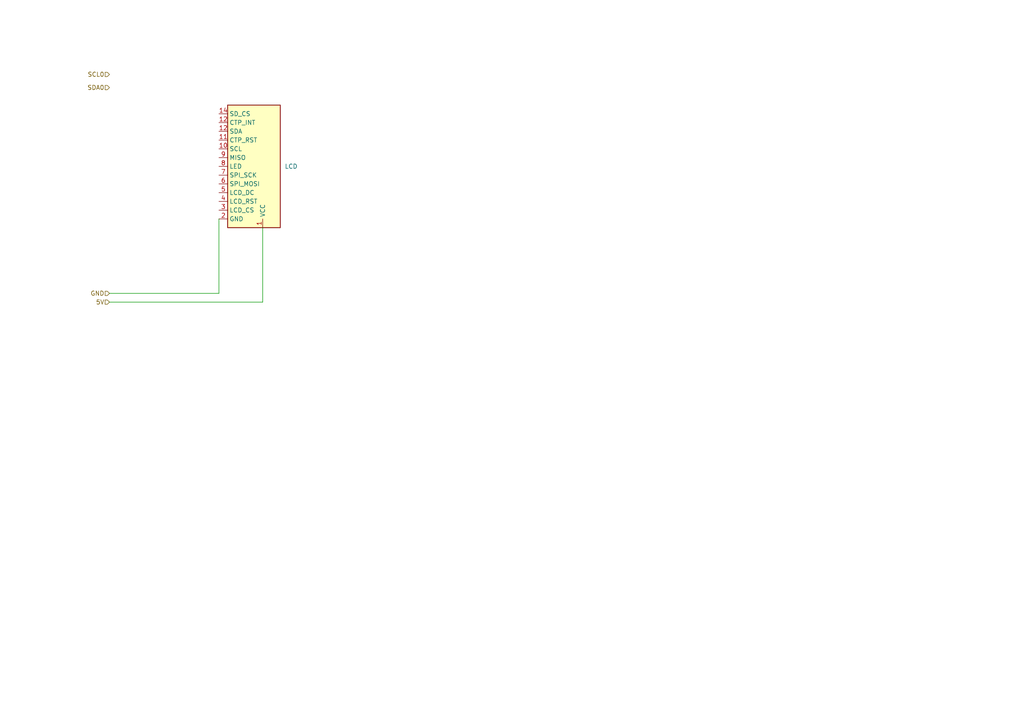
<source format=kicad_sch>
(kicad_sch
	(version 20250114)
	(generator "eeschema")
	(generator_version "9.0")
	(uuid "3e3745cd-1c2c-415a-b1f4-e3a5d3d7b9e5")
	(paper "A4")
	(lib_symbols
		(symbol "Symbols:LCD240X320"
			(exclude_from_sim no)
			(in_bom yes)
			(on_board yes)
			(property "Reference" "U4"
				(at -24.13 60.706 0)
				(effects
					(font
						(size 1.27 1.27)
					)
					(hide yes)
				)
			)
			(property "Value" "LCD"
				(at -8.89 41.9101 0)
				(effects
					(font
						(size 1.27 1.27)
					)
					(justify left)
				)
			)
			(property "Footprint" "Display:LCD-016N002L"
				(at -17.272 18.542 0)
				(effects
					(font
						(size 1.27 1.27)
					)
					(hide yes)
				)
			)
			(property "Datasheet" "http://www.vishay.com/docs/37299/37299.pdf"
				(at -29.972 -18.796 0)
				(do_not_autoplace)
				(effects
					(font
						(size 1.27 1.27)
					)
					(hide yes)
				)
			)
			(property "Description" "LCD 12x2, 8 bit parallel bus, 3V or 5V VDD"
				(at -28.956 -17.018 0)
				(do_not_autoplace)
				(effects
					(font
						(size 1.27 1.27)
					)
					(hide yes)
				)
			)
			(property "ki_keywords" "display LCD dot-matrix"
				(at 0 0 0)
				(effects
					(font
						(size 1.27 1.27)
					)
					(hide yes)
				)
			)
			(property "ki_fp_filters" "*LCD*016N002L*"
				(at 0 0 0)
				(effects
					(font
						(size 1.27 1.27)
					)
					(hide yes)
				)
			)
			(symbol "LCD240X320_1_1"
				(rectangle
					(start -25.4 59.69)
					(end -10.16 24.13)
					(stroke
						(width 0.254)
						(type default)
					)
					(fill
						(type background)
					)
				)
				(pin input line
					(at -27.94 57.15 0)
					(length 2.54)
					(name "SD_CS"
						(effects
							(font
								(size 1.27 1.27)
							)
						)
					)
					(number "14"
						(effects
							(font
								(size 1.27 1.27)
							)
						)
					)
				)
				(pin input line
					(at -27.94 54.61 0)
					(length 2.54)
					(name "CTP_INT"
						(effects
							(font
								(size 1.27 1.27)
							)
						)
					)
					(number "12"
						(effects
							(font
								(size 1.27 1.27)
							)
						)
					)
				)
				(pin input line
					(at -27.94 52.07 0)
					(length 2.54)
					(name "SDA"
						(effects
							(font
								(size 1.27 1.27)
							)
						)
					)
					(number "12"
						(effects
							(font
								(size 1.27 1.27)
							)
						)
					)
				)
				(pin input line
					(at -27.94 49.53 0)
					(length 2.54)
					(name "CTP_RST"
						(effects
							(font
								(size 1.27 1.27)
							)
						)
					)
					(number "11"
						(effects
							(font
								(size 1.27 1.27)
							)
						)
					)
				)
				(pin input line
					(at -27.94 46.99 0)
					(length 2.54)
					(name "SCL"
						(effects
							(font
								(size 1.27 1.27)
							)
						)
					)
					(number "10"
						(effects
							(font
								(size 1.27 1.27)
							)
						)
					)
				)
				(pin bidirectional line
					(at -27.94 44.45 0)
					(length 2.54)
					(name "MISO"
						(effects
							(font
								(size 1.27 1.27)
							)
						)
					)
					(number "9"
						(effects
							(font
								(size 1.27 1.27)
							)
						)
					)
				)
				(pin bidirectional line
					(at -27.94 41.91 0)
					(length 2.54)
					(name "LED"
						(effects
							(font
								(size 1.27 1.27)
							)
						)
					)
					(number "8"
						(effects
							(font
								(size 1.27 1.27)
							)
						)
					)
				)
				(pin bidirectional line
					(at -27.94 39.37 0)
					(length 2.54)
					(name "SPI_SCK"
						(effects
							(font
								(size 1.27 1.27)
							)
						)
					)
					(number "7"
						(effects
							(font
								(size 1.27 1.27)
							)
						)
					)
				)
				(pin bidirectional line
					(at -27.94 36.83 0)
					(length 2.54)
					(name "SPI_MOSI"
						(effects
							(font
								(size 1.27 1.27)
							)
						)
					)
					(number "6"
						(effects
							(font
								(size 1.27 1.27)
							)
						)
					)
				)
				(pin bidirectional line
					(at -27.94 34.29 0)
					(length 2.54)
					(name "LCD_DC"
						(effects
							(font
								(size 1.27 1.27)
							)
						)
					)
					(number "5"
						(effects
							(font
								(size 1.27 1.27)
							)
						)
					)
				)
				(pin bidirectional line
					(at -27.94 31.75 0)
					(length 2.54)
					(name "LCD_RST"
						(effects
							(font
								(size 1.27 1.27)
							)
						)
					)
					(number "4"
						(effects
							(font
								(size 1.27 1.27)
							)
						)
					)
				)
				(pin bidirectional line
					(at -27.94 29.21 0)
					(length 2.54)
					(name "LCD_CS"
						(effects
							(font
								(size 1.27 1.27)
							)
						)
					)
					(number "3"
						(effects
							(font
								(size 1.27 1.27)
							)
						)
					)
				)
				(pin bidirectional line
					(at -27.94 26.67 0)
					(length 2.54)
					(name "GND"
						(effects
							(font
								(size 1.27 1.27)
							)
						)
					)
					(number "2"
						(effects
							(font
								(size 1.27 1.27)
							)
						)
					)
				)
				(pin power_in line
					(at -17.78 62.23 270)
					(length 2.54)
					(hide yes)
					(name "VDD"
						(effects
							(font
								(size 1.27 1.27)
							)
						)
					)
					(number "2"
						(effects
							(font
								(size 1.27 1.27)
							)
						)
					)
				)
				(pin power_in line
					(at -15.24 24.13 90)
					(length 2.54)
					(name "VCC"
						(effects
							(font
								(size 1.27 1.27)
							)
						)
					)
					(number "1"
						(effects
							(font
								(size 1.27 1.27)
							)
						)
					)
				)
				(pin input line
					(at -7.62 57.15 180)
					(length 2.54)
					(hide yes)
					(name "VO"
						(effects
							(font
								(size 1.27 1.27)
							)
						)
					)
					(number "3"
						(effects
							(font
								(size 1.27 1.27)
							)
						)
					)
				)
			)
			(embedded_fonts no)
		)
	)
	(wire
		(pts
			(xy 31.75 85.09) (xy 63.5 85.09)
		)
		(stroke
			(width 0)
			(type default)
		)
		(uuid "129c904a-9fdf-41fc-bd93-d3f9ee1b4820")
	)
	(wire
		(pts
			(xy 76.2 87.63) (xy 76.2 66.04)
		)
		(stroke
			(width 0)
			(type default)
		)
		(uuid "d9c4207e-34df-4208-9714-39836984c5d9")
	)
	(wire
		(pts
			(xy 31.75 87.63) (xy 76.2 87.63)
		)
		(stroke
			(width 0)
			(type default)
		)
		(uuid "dcfa0327-9e04-4ac0-bdea-6fff652081f5")
	)
	(wire
		(pts
			(xy 63.5 85.09) (xy 63.5 63.5)
		)
		(stroke
			(width 0)
			(type default)
		)
		(uuid "ded4b0a4-f185-411b-a68c-5791226d7a9f")
	)
	(hierarchical_label "GND"
		(shape input)
		(at 31.75 85.09 180)
		(effects
			(font
				(size 1.27 1.27)
			)
			(justify right)
		)
		(uuid "5c349e04-b032-4e6c-ae46-9841527254c2")
	)
	(hierarchical_label "SCL0"
		(shape input)
		(at 31.75 21.59 180)
		(effects
			(font
				(size 1.27 1.27)
			)
			(justify right)
		)
		(uuid "9512e94e-9b39-4929-bd93-b7f12892d56b")
	)
	(hierarchical_label "5V"
		(shape input)
		(at 31.75 87.63 180)
		(effects
			(font
				(size 1.27 1.27)
			)
			(justify right)
		)
		(uuid "bd9586a4-fff2-4f4d-96af-0e2acfa3c4bc")
	)
	(hierarchical_label "SDA0"
		(shape input)
		(at 31.75 25.4 180)
		(effects
			(font
				(size 1.27 1.27)
			)
			(justify right)
		)
		(uuid "dec7d184-e5e1-437c-a008-27ec52d85167")
	)
	(symbol
		(lib_id "Symbols:LCD240X320")
		(at 91.44 90.17 0)
		(unit 1)
		(exclude_from_sim no)
		(in_bom yes)
		(on_board yes)
		(dnp no)
		(fields_autoplaced yes)
		(uuid "98e54bd4-db51-4d37-ad64-07d605b36a32")
		(property "Reference" "U4"
			(at 67.31 29.464 0)
			(effects
				(font
					(size 1.27 1.27)
				)
				(hide yes)
			)
		)
		(property "Value" "LCD"
			(at 82.55 48.2599 0)
			(effects
				(font
					(size 1.27 1.27)
				)
				(justify left)
			)
		)
		(property "Footprint" "Display:LCD-016N002L"
			(at 74.168 71.628 0)
			(effects
				(font
					(size 1.27 1.27)
				)
				(hide yes)
			)
		)
		(property "Datasheet" "http://www.vishay.com/docs/37299/37299.pdf"
			(at 61.468 108.966 0)
			(do_not_autoplace yes)
			(effects
				(font
					(size 1.27 1.27)
				)
				(hide yes)
			)
		)
		(property "Description" "LCD 12x2, 8 bit parallel bus, 3V or 5V VDD"
			(at 62.484 107.188 0)
			(do_not_autoplace yes)
			(effects
				(font
					(size 1.27 1.27)
				)
				(hide yes)
			)
		)
		(pin "12"
			(uuid "ea3cdae6-0721-43f5-bc91-9ffa4dd54e38")
		)
		(pin "14"
			(uuid "10c76177-2447-4738-874a-86bd09648c40")
		)
		(pin "11"
			(uuid "6360863e-9359-49a1-b0c6-0fc99afd1c25")
		)
		(pin "12"
			(uuid "2b00850b-b398-4db5-acb4-77d8c8b185f7")
		)
		(pin "6"
			(uuid "98d5fde8-855d-461e-9ca9-72019ff8b6c8")
		)
		(pin "9"
			(uuid "44555f2b-7aa5-45cb-b047-21155cb3e5a2")
		)
		(pin "8"
			(uuid "4ef54caf-1947-4c73-85e9-033a77f9b100")
		)
		(pin "7"
			(uuid "c9b946f0-7b6b-4e04-9c28-b5e0e27e5820")
		)
		(pin "5"
			(uuid "605b556e-b28d-4a66-a9fb-e20ba8b89461")
		)
		(pin "10"
			(uuid "a1b4a54d-47fd-4c0f-8938-ed99a9919219")
		)
		(pin "2"
			(uuid "180d8ea7-e647-4d50-93a8-3481aa30324f")
		)
		(pin "1"
			(uuid "1a203e1c-4f7d-4722-8ca8-cd5235973806")
		)
		(pin "3"
			(uuid "571c7b45-88dd-46fa-934c-5b8ba606cdc9")
		)
		(pin "4"
			(uuid "04585923-410f-45b3-8907-8cbdc4fe904b")
		)
		(pin "3"
			(uuid "96807152-570b-41ba-8dc4-4761af0315c7")
		)
		(pin "2"
			(uuid "eec92a73-9d81-4633-8637-a62025555ba3")
		)
		(instances
			(project ""
				(path "/31659a35-7b79-4837-9c62-94b9d5dc0c37/ebe3b68d-00bd-4ef2-82cf-ae3ecfdfff41"
					(reference "U4")
					(unit 1)
				)
			)
		)
	)
)

</source>
